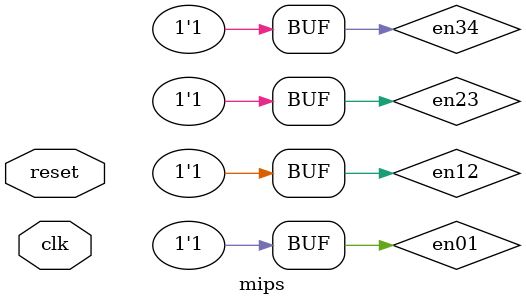
<source format=v>
`timescale 1ns / 1ps
module mips(
    input clk,
    input reset
    );

    wire [31:0] PC_0,PC_1,PC_2,PC_3,PC_4;
    wire [5:0] op_1,op_2,op_3,op_4;
    wire [5:0] func_1,func_2,func_3,func_4;
    wire [4:0] RegDstout_1,regWA_2,regWA_3,regWA_4; //ID_EX: changename from dstout to regWA
    wire [31:0] cmd_0,cmd_1;
    wire [31:0] NPC;
    wire [31:0] ALUOut,ALUOut_3,ALUOut_4;
    wire [31:0] toRegout;
    wire [31:0] MEMout;
    wire [31:0] memRD_4;
    wire [31:0] imm_1,imm_2;
    wire [31:0] regRD1_1,regRD2_1,regRD1_2,regRD2_2,regRD2_3;
    wire [4:0] rd_1,rt_1,rs_1,rt_2,rs_2,rt_3,rs_3;
    wire en01,en12,en23,en34;
    wire RegWrite_1,RegWrite_2,RegWrite_3,RegWrite_4;
    wire [1:0] RegDst;
    wire [1:0] Tnew_1,Tnew_2,Tnew_3,Tnew_4;  //从Tnew2即E级开始计数，1产生直接传递给2�4逐次递减
    wire [1:0]forward_RS_1,forward_RT_1,forward_RS_2,forward_RT_2;
    wire [31:0]forward_RSout_1,forward_RTout_1,forward_RSout_2,forward_RTout_2;
    wire [31:0] forward_MEMWDout_3;
    wire stall,forward_MEMWD_3;
    wire [1:0]rsTuse,rtTuse;
    assign en01=1;
    assign en12=1;
    assign en23=1;
    assign en34=1;
    GRF _GRF(PC_4,clk,reset,RegWrite_4,rs_1,rt_1,regWA_4,toRegout,regRD1_1,regRD2_1);

    IF _IF(clk,reset,NPC,PC_0,cmd_0);

    IF_ID _IF_ID(clk,reset,~stall,cmd_0,cmd_1,PC_0,PC_1);
    ID _ID(stall,PC_0,cmd_1,op_1,func_1,rd_1,rt_1,rs_1,NPC,forward_RSout_1,forward_RTout_1,RegDst,imm_1,Tnew_1,rsTuse,rtTuse,RegWrite_1);
    mux_4_5b _RegDst_1(RegDst,rt_1,rd_1,5'd31,5'b0,RegDstout_1);
    mux_4_32b _forward_RS_1(forward_RS_1,regRD1_1,toRegout,ALUOut_3,ALUOut,forward_RSout_1); 
    mux_4_32b _forward_RT_1(forward_RT_1,regRD2_1,toRegout,ALUOut_3,ALUOut,forward_RTout_1); //转发给ID regRD1和regRD2
    
    ID_EX _ID_EX(clk,reset|stall,en12,op_1,op_2,func_1,func_2,PC_1,PC_2,rs_1,rs_2,rt_1,rt_2,Tnew_1,Tnew_2,RegWrite_1,RegWrite_2,RegDstout_1,regWA_2,forward_RSout_1,regRD1_2,forward_RTout_1,regRD2_2,imm_1,imm_2);
    EX _EX(forward_RSout_2,forward_RTout_2,imm_2,op_2,func_2,PC_2,ALUOut);
    mux_4_32b _forward_RS_2(forward_RS_2,regRD1_2,toRegout,ALUOut_3,0,forward_RSout_2); 
    mux_4_32b _forward_RT_2(forward_RT_2,regRD2_2,toRegout,ALUOut_3,0,forward_RTout_2); //转发给EX regRD1和regRD2
    
    EX_MEM _EX_MEM(clk,reset,en23,op_2,op_3,func_2,func_3,PC_2,PC_3,rs_2,rs_3,rt_2,rt_3,Tnew_2,Tnew_3,RegWrite_2,RegWrite_3,regWA_2,regWA_3,ALUOut,ALUOut_3,forward_RTout_2,regRD2_3);
    DM _DM(clk,reset,op_3,func_3,PC_3,ALUOut_3,forward_MEMWDout_3,MEMout);
    mux_2_32b _forward_MEMWD_3(forward_MEMWD_3,regRD2_3,toRegout,forward_MEMWDout_3); //转发给MEMWD
    
    MEM_WB _MEM_WB(clk,reset,en34,op_3,op_4,func_3,func_4,PC_3,PC_4,Tnew_3,Tnew_4,RegWrite_3,RegWrite_4,regWA_3,regWA_4,ALUOut_3,ALUOut_4,MEMout,memRD_4);
    WB _WB(op_4,func_4,PC_4,regWA_4,memRD_4,ALUOut_4,toRegout);

    Hazard _Hazard(regWA_2,regWA_3,regWA_4,RegWrite_2,RegWrite_3,RegWrite_4,rs_1,rt_1,rs_2,rt_2,rt_3,Tnew_2,Tnew_3,Tnew_4,rsTuse,rtTuse,stall,forward_RS_1,forward_RT_1,forward_RS_2,forward_RT_2,forward_MEMWD_3);


endmodule

</source>
